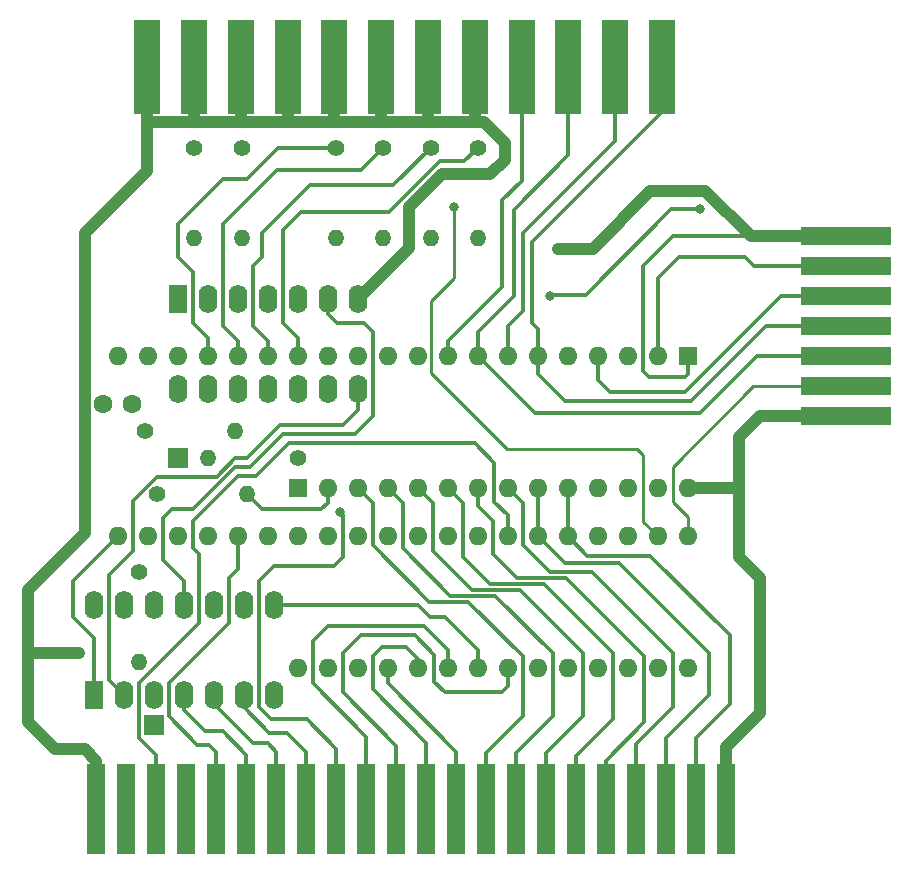
<source format=gbr>
%TF.GenerationSoftware,KiCad,Pcbnew,9.0.0*%
%TF.CreationDate,2025-04-04T09:07:06-04:00*%
%TF.ProjectId,RTC-Link2,5254432d-4c69-46e6-9b32-2e6b69636164,1.1*%
%TF.SameCoordinates,Original*%
%TF.FileFunction,Copper,L2,Bot*%
%TF.FilePolarity,Positive*%
%FSLAX46Y46*%
G04 Gerber Fmt 4.6, Leading zero omitted, Abs format (unit mm)*
G04 Created by KiCad (PCBNEW 9.0.0) date 2025-04-04 09:07:06*
%MOMM*%
%LPD*%
G01*
G04 APERTURE LIST*
%TA.AperFunction,ComponentPad*%
%ADD10R,1.600000X2.400000*%
%TD*%
%TA.AperFunction,ComponentPad*%
%ADD11O,1.600000X2.400000*%
%TD*%
%TA.AperFunction,ComponentPad*%
%ADD12C,1.400000*%
%TD*%
%TA.AperFunction,ComponentPad*%
%ADD13O,1.400000X1.400000*%
%TD*%
%TA.AperFunction,ComponentPad*%
%ADD14R,1.600000X1.600000*%
%TD*%
%TA.AperFunction,ComponentPad*%
%ADD15O,1.600000X1.600000*%
%TD*%
%TA.AperFunction,ConnectorPad*%
%ADD16R,7.620000X1.524000*%
%TD*%
%TA.AperFunction,ConnectorPad*%
%ADD17R,1.524000X7.620000*%
%TD*%
%TA.AperFunction,ConnectorPad*%
%ADD18R,2.286000X8.000000*%
%TD*%
%TA.AperFunction,ComponentPad*%
%ADD19C,1.600000*%
%TD*%
%TA.AperFunction,ComponentPad*%
%ADD20R,1.700000X1.700000*%
%TD*%
%TA.AperFunction,ViaPad*%
%ADD21C,0.800000*%
%TD*%
%TA.AperFunction,Conductor*%
%ADD22C,1.000000*%
%TD*%
%TA.AperFunction,Conductor*%
%ADD23C,0.300000*%
%TD*%
%TA.AperFunction,Conductor*%
%ADD24C,0.250000*%
%TD*%
G04 APERTURE END LIST*
D10*
%TO.P,U2,1*%
%TO.N,R{slash}~{W}*%
X125476000Y-103378000D03*
D11*
%TO.P,U2,2*%
%TO.N,Net-(U2-Pad2)*%
X128016000Y-103378000D03*
%TO.P,U2,3*%
%TO.N,Net-(J2-Pin_1)*%
X130556000Y-103378000D03*
%TO.P,U2,4*%
%TO.N,A15*%
X133096000Y-103378000D03*
%TO.P,U2,5*%
%TO.N,A14*%
X135636000Y-103378000D03*
%TO.P,U2,6*%
%TO.N,A13*%
X138176000Y-103378000D03*
%TO.P,U2,7,GND*%
%TO.N,GND*%
X140716000Y-103378000D03*
%TO.P,U2,8*%
%TO.N,~{GAME}*%
X140716000Y-95758000D03*
%TO.P,U2,9*%
%TO.N,N/C*%
X138176000Y-95758000D03*
%TO.P,U2,10*%
X135636000Y-95758000D03*
%TO.P,U2,11*%
%TO.N,Net-(U2-Pad11)*%
X133096000Y-95758000D03*
%TO.P,U2,12*%
%TO.N,5V*%
X130556000Y-95758000D03*
%TO.P,U2,13*%
%TO.N,N/C*%
X128016000Y-95758000D03*
%TO.P,U2,14,VCC*%
%TO.N,5V*%
X125476000Y-95758000D03*
%TD*%
D12*
%TO.P,R2,1*%
%TO.N,PB2*%
X138000000Y-57000000D03*
D13*
%TO.P,R2,2*%
%TO.N,5V*%
X138000000Y-64620000D03*
%TD*%
D14*
%TO.P,U1,1,VSS*%
%TO.N,GND*%
X175768000Y-74676000D03*
D15*
%TO.P,U1,2,PA0*%
%TO.N,PA0*%
X173228000Y-74676000D03*
%TO.P,U1,3,PA1*%
%TO.N,PA1*%
X170688000Y-74676000D03*
%TO.P,U1,4,PA2*%
%TO.N,PA2*%
X168148000Y-74676000D03*
%TO.P,U1,5,PA3*%
%TO.N,PA3*%
X165608000Y-74676000D03*
%TO.P,U1,6,PA4*%
%TO.N,PA4*%
X163068000Y-74676000D03*
%TO.P,U1,7,PA5*%
%TO.N,PA5*%
X160528000Y-74676000D03*
%TO.P,U1,8,PA6*%
%TO.N,PA6*%
X157988000Y-74676000D03*
%TO.P,U1,9,PA7*%
%TO.N,PA7*%
X155448000Y-74676000D03*
%TO.P,U1,10,PB0*%
%TO.N,PB0*%
X152908000Y-74676000D03*
%TO.P,U1,11,PB1*%
%TO.N,PB1*%
X150368000Y-74676000D03*
%TO.P,U1,12,PB2*%
%TO.N,PB2*%
X147828000Y-74676000D03*
%TO.P,U1,13,PB3*%
%TO.N,PB3*%
X145288000Y-74676000D03*
%TO.P,U1,14,PB4*%
%TO.N,PB4*%
X142748000Y-74676000D03*
%TO.P,U1,15,PB5*%
%TO.N,PB5*%
X140208000Y-74676000D03*
%TO.P,U1,16,PB6*%
%TO.N,PB6*%
X137668000Y-74676000D03*
%TO.P,U1,17,PB7*%
%TO.N,PB7*%
X135128000Y-74676000D03*
%TO.P,U1,18,CB1*%
%TO.N,unconnected-(U1-CB1-Pad18)*%
X132588000Y-74676000D03*
%TO.P,U1,19,CB2*%
%TO.N,unconnected-(U1-CB2-Pad19)*%
X130048000Y-74676000D03*
%TO.P,U1,20,VCC*%
%TO.N,5V*%
X127508000Y-74676000D03*
%TO.P,U1,21,R/~{W}*%
%TO.N,R{slash}~{W}*%
X127508000Y-89916000D03*
%TO.P,U1,22,CS0*%
%TO.N,5V*%
X130048000Y-89916000D03*
%TO.P,U1,23,~{CS2}*%
%TO.N,~{IO1}*%
X132588000Y-89916000D03*
%TO.P,U1,24,CS1*%
%TO.N,5V*%
X135128000Y-89916000D03*
%TO.P,U1,25,ENABLE*%
%TO.N,PHI2*%
X137668000Y-89916000D03*
%TO.P,U1,26,D7*%
%TO.N,D7*%
X140208000Y-89916000D03*
%TO.P,U1,27,D6*%
%TO.N,D6*%
X142748000Y-89916000D03*
%TO.P,U1,28,D5*%
%TO.N,D5*%
X145288000Y-89916000D03*
%TO.P,U1,29,D4*%
%TO.N,D4*%
X147828000Y-89916000D03*
%TO.P,U1,30,D3*%
%TO.N,D3*%
X150368000Y-89916000D03*
%TO.P,U1,31,D2*%
%TO.N,D2*%
X152908000Y-89916000D03*
%TO.P,U1,32,D1*%
%TO.N,D1*%
X155448000Y-89916000D03*
%TO.P,U1,33,D0*%
%TO.N,D0*%
X157988000Y-89916000D03*
%TO.P,U1,34,~{RESET}*%
%TO.N,~{RESET}*%
X160528000Y-89916000D03*
%TO.P,U1,35,RS1*%
%TO.N,A1*%
X163068000Y-89916000D03*
%TO.P,U1,36,RS0*%
%TO.N,A0*%
X165608000Y-89916000D03*
%TO.P,U1,37,~{IRQB}*%
%TO.N,unconnected-(U1-~{IRQB}-Pad37)*%
X168148000Y-89916000D03*
%TO.P,U1,38,~{IRQA}*%
%TO.N,unconnected-(U1-~{IRQA}-Pad38)*%
X170688000Y-89916000D03*
%TO.P,U1,39,CA2*%
%TO.N,CA2*%
X173228000Y-89916000D03*
%TO.P,U1,40,CA1*%
%TO.N,CA1*%
X175768000Y-89916000D03*
%TD*%
D16*
%TO.P,J1,8,Pin_8*%
%TO.N,GND*%
X189200000Y-79750000D03*
%TO.P,J1,9,Pin_9*%
%TO.N,CA1*%
X189200000Y-77210000D03*
%TO.P,J1,10,Pin_10*%
%TO.N,PA6*%
X189200000Y-74670000D03*
%TO.P,J1,11,Pin_11*%
%TO.N,PA4*%
X189200000Y-72130000D03*
%TO.P,J1,12,Pin_12*%
%TO.N,PA2*%
X189200000Y-69590000D03*
%TO.P,J1,13,Pin_13*%
%TO.N,PA0*%
X189200000Y-67050000D03*
%TO.P,J1,14,Pin_14*%
%TO.N,GND*%
X189200000Y-64510000D03*
%TD*%
D17*
%TO.P,P1,23,GND*%
%TO.N,GND*%
X125660000Y-113000000D03*
%TO.P,P1,24,~{ROMH}*%
%TO.N,unconnected-(P1-~{ROMH}-Pad24)*%
X128200000Y-113000000D03*
%TO.P,P1,25,~{RESET}*%
%TO.N,~{RESET}*%
X130740000Y-113000000D03*
%TO.P,P1,26,~{NMI}*%
%TO.N,unconnected-(P1-~{NMI}-Pad26)*%
X133280000Y-113000000D03*
%TO.P,P1,27,PHI2*%
%TO.N,PHI2*%
X135820000Y-113000000D03*
%TO.P,P1,28,A15*%
%TO.N,A15*%
X138360000Y-113000000D03*
%TO.P,P1,29,A14*%
%TO.N,A14*%
X140900000Y-113000000D03*
%TO.P,P1,30,A13*%
%TO.N,A13*%
X143440000Y-113000000D03*
%TO.P,P1,31,A12*%
%TO.N,A12*%
X145980000Y-113000000D03*
%TO.P,P1,32,A11*%
%TO.N,A11*%
X148520000Y-113000000D03*
%TO.P,P1,33,A10*%
%TO.N,A10*%
X151060000Y-113000000D03*
%TO.P,P1,34,A9*%
%TO.N,A9*%
X153600000Y-113000000D03*
%TO.P,P1,35,A8*%
%TO.N,A8*%
X156140000Y-113000000D03*
%TO.P,P1,36,A7*%
%TO.N,A7*%
X158680000Y-113000000D03*
%TO.P,P1,37,A6*%
%TO.N,A6*%
X161220000Y-113000000D03*
%TO.P,P1,38,A5*%
%TO.N,A5*%
X163760000Y-113000000D03*
%TO.P,P1,39,A4*%
%TO.N,A4*%
X166300000Y-113000000D03*
%TO.P,P1,40,A3*%
%TO.N,A3*%
X168840000Y-113000000D03*
%TO.P,P1,41,A2*%
%TO.N,A2*%
X171380000Y-113000000D03*
%TO.P,P1,42,A1*%
%TO.N,A1*%
X173920000Y-113000000D03*
%TO.P,P1,43,A0*%
%TO.N,A0*%
X176460000Y-113000000D03*
%TO.P,P1,44,GND*%
%TO.N,GND*%
X179000000Y-113000000D03*
%TD*%
D12*
%TO.P,R6,1*%
%TO.N,PB4*%
X158000000Y-57000000D03*
D13*
%TO.P,R6,2*%
%TO.N,5V*%
X158000000Y-64620000D03*
%TD*%
D12*
%TO.P,R3,1*%
%TO.N,PB7*%
X146000000Y-57000000D03*
D13*
%TO.P,R3,2*%
%TO.N,5V*%
X146000000Y-64620000D03*
%TD*%
D12*
%TO.P,R4,1*%
%TO.N,PB6*%
X150000000Y-57000000D03*
D13*
%TO.P,R4,2*%
%TO.N,5V*%
X150000000Y-64620000D03*
%TD*%
D18*
%TO.P,CN1,A*%
%TO.N,PA4*%
X173585000Y-50200000D03*
%TO.P,CN1,B*%
%TO.N,PA5*%
X169625000Y-50200000D03*
%TO.P,CN1,C*%
%TO.N,PA6*%
X165665000Y-50200000D03*
%TO.P,CN1,D*%
%TO.N,PA7*%
X161705000Y-50200000D03*
%TO.P,CN1,E*%
%TO.N,GND*%
X157745000Y-50200000D03*
%TO.P,CN1,F*%
X153785000Y-50200000D03*
%TO.P,CN1,H*%
X149825000Y-50200000D03*
%TO.P,CN1,J*%
X145865000Y-50200000D03*
%TO.P,CN1,K*%
X141905000Y-50200000D03*
%TO.P,CN1,L*%
X137945000Y-50200000D03*
%TO.P,CN1,M*%
X133985000Y-50200000D03*
%TO.P,CN1,N*%
X130025000Y-50200000D03*
%TD*%
D12*
%TO.P,R5,1*%
%TO.N,PB5*%
X154000000Y-57000000D03*
D13*
%TO.P,R5,2*%
%TO.N,5V*%
X154000000Y-64620000D03*
%TD*%
D12*
%TO.P,R1,1*%
%TO.N,CA2*%
X134000000Y-57000000D03*
D13*
%TO.P,R1,2*%
%TO.N,5V*%
X134000000Y-64620000D03*
%TD*%
D12*
%TO.P,R10,1*%
%TO.N,5V*%
X129286000Y-92964000D03*
D13*
%TO.P,R10,2*%
%TO.N,Net-(J2-Pin_1)*%
X129286000Y-100584000D03*
%TD*%
D14*
%TO.P,U4,1,VPP*%
%TO.N,5V*%
X142748000Y-85852000D03*
D15*
%TO.P,U4,2,A12*%
%TO.N,PB0*%
X145288000Y-85852000D03*
%TO.P,U4,3,A7*%
%TO.N,A7*%
X147828000Y-85852000D03*
%TO.P,U4,4,A6*%
%TO.N,A6*%
X150368000Y-85852000D03*
%TO.P,U4,5,A5*%
%TO.N,A5*%
X152908000Y-85852000D03*
%TO.P,U4,6,A4*%
%TO.N,A4*%
X155448000Y-85852000D03*
%TO.P,U4,7,A3*%
%TO.N,A3*%
X157988000Y-85852000D03*
%TO.P,U4,8,A2*%
%TO.N,A2*%
X160528000Y-85852000D03*
%TO.P,U4,9,A1*%
%TO.N,A1*%
X163068000Y-85852000D03*
%TO.P,U4,10,A0*%
%TO.N,A0*%
X165608000Y-85852000D03*
%TO.P,U4,11,D0*%
%TO.N,D0*%
X168148000Y-85852000D03*
%TO.P,U4,12,D1*%
%TO.N,D1*%
X170688000Y-85852000D03*
%TO.P,U4,13,D2*%
%TO.N,D2*%
X173228000Y-85852000D03*
%TO.P,U4,14,GND*%
%TO.N,GND*%
X175768000Y-85852000D03*
%TO.P,U4,15,D3*%
%TO.N,D3*%
X175768000Y-101092000D03*
%TO.P,U4,16,D4*%
%TO.N,D4*%
X173228000Y-101092000D03*
%TO.P,U4,17,D5*%
%TO.N,D5*%
X170688000Y-101092000D03*
%TO.P,U4,18,D6*%
%TO.N,D6*%
X168148000Y-101092000D03*
%TO.P,U4,19,D7*%
%TO.N,D7*%
X165608000Y-101092000D03*
%TO.P,U4,20,~{CE}*%
%TO.N,~{GAME}*%
X163068000Y-101092000D03*
%TO.P,U4,21,A10*%
%TO.N,A10*%
X160528000Y-101092000D03*
%TO.P,U4,22,~{OE}*%
%TO.N,~{GAME}*%
X157988000Y-101092000D03*
%TO.P,U4,23,A11*%
%TO.N,A11*%
X155448000Y-101092000D03*
%TO.P,U4,24,A9*%
%TO.N,A9*%
X152908000Y-101092000D03*
%TO.P,U4,25,A8*%
%TO.N,A8*%
X150368000Y-101092000D03*
%TO.P,U4,26,NC*%
%TO.N,unconnected-(U4-NC-Pad26)*%
X147828000Y-101092000D03*
%TO.P,U4,27,~{PGM}*%
%TO.N,5V*%
X145288000Y-101092000D03*
%TO.P,U4,28,VCC*%
X142748000Y-101092000D03*
%TD*%
D19*
%TO.P,C1,1*%
%TO.N,5V*%
X128738000Y-78740000D03*
%TO.P,C1,2*%
%TO.N,GND*%
X126238000Y-78740000D03*
%TD*%
D20*
%TO.P,J3,1,Pin_1*%
%TO.N,Net-(J3-Pin_1)*%
X132588000Y-83312000D03*
%TD*%
D12*
%TO.P,R7,1*%
%TO.N,5V*%
X129794000Y-81026000D03*
D13*
%TO.P,R7,2*%
%TO.N,Net-(J3-Pin_1)*%
X137414000Y-81026000D03*
%TD*%
D20*
%TO.P,J2,1,Pin_1*%
%TO.N,Net-(J2-Pin_1)*%
X130556000Y-105918000D03*
%TD*%
D12*
%TO.P,R9,1*%
%TO.N,5V*%
X130810000Y-86360000D03*
D13*
%TO.P,R9,2*%
%TO.N,PB0*%
X138430000Y-86360000D03*
%TD*%
D12*
%TO.P,R8,1*%
%TO.N,5V*%
X142748000Y-83312000D03*
D13*
%TO.P,R8,2*%
%TO.N,Net-(J3-Pin_1)*%
X135128000Y-83312000D03*
%TD*%
D10*
%TO.P,U3,1*%
%TO.N,unconnected-(U3-Pad1)*%
X132588000Y-69850000D03*
D11*
%TO.P,U3,2*%
%TO.N,unconnected-(U3-Pad2)*%
X135128000Y-69850000D03*
%TO.P,U3,3*%
%TO.N,unconnected-(U3-Pad3)*%
X137668000Y-69850000D03*
%TO.P,U3,4*%
%TO.N,A12*%
X140208000Y-69850000D03*
%TO.P,U3,5*%
X142748000Y-69850000D03*
%TO.P,U3,6*%
%TO.N,Net-(U2-Pad11)*%
X145288000Y-69850000D03*
%TO.P,U3,7,GND*%
%TO.N,GND*%
X147828000Y-69850000D03*
%TO.P,U3,8*%
%TO.N,Net-(U2-Pad2)*%
X147828000Y-77470000D03*
%TO.P,U3,9*%
%TO.N,PB0*%
X145288000Y-77470000D03*
%TO.P,U3,10*%
%TO.N,Net-(U3-Pad10)*%
X142748000Y-77470000D03*
%TO.P,U3,11*%
X140208000Y-77470000D03*
%TO.P,U3,12*%
%TO.N,Net-(J3-Pin_1)*%
X137668000Y-77470000D03*
%TO.P,U3,13*%
X135128000Y-77470000D03*
%TO.P,U3,14,VCC*%
%TO.N,5V*%
X132588000Y-77470000D03*
%TD*%
D21*
%TO.N,GND*%
X180086000Y-85852000D03*
X179000000Y-107766000D03*
X183896000Y-64510000D03*
X160274000Y-56642000D03*
X130025000Y-54864000D03*
X164820000Y-65550000D03*
X124206000Y-99822000D03*
X183896000Y-79750000D03*
%TO.N,A12*%
X146304000Y-87884000D03*
%TO.N,PB1*%
X164084000Y-69596000D03*
X176784000Y-62230000D03*
%TO.N,CA2*%
X156000000Y-62000000D03*
%TD*%
D22*
%TO.N,GND*%
X138176000Y-54864000D02*
X141986000Y-54864000D01*
X152146000Y-62056082D02*
X155000000Y-59202082D01*
X145865000Y-50200000D02*
X145865000Y-54679000D01*
X122174000Y-107950000D02*
X119888000Y-105664000D01*
X137945000Y-54633000D02*
X138176000Y-54864000D01*
D23*
X171958000Y-75946000D02*
X172466000Y-76454000D01*
D22*
X153785000Y-50200000D02*
X153785000Y-54725000D01*
X177242000Y-60650000D02*
X181102000Y-64510000D01*
X130025000Y-50200000D02*
X130025000Y-54587000D01*
X133985000Y-54737000D02*
X134112000Y-54864000D01*
X158496000Y-54864000D02*
X160274000Y-56642000D01*
X149825000Y-50200000D02*
X149825000Y-54829000D01*
X167714000Y-65550000D02*
X172614000Y-60650000D01*
D23*
X175768000Y-76200000D02*
X175768000Y-74676000D01*
D22*
X157734000Y-54864000D02*
X157734000Y-50211000D01*
X145865000Y-54679000D02*
X146050000Y-54864000D01*
X180086000Y-85852000D02*
X175768000Y-85852000D01*
X153785000Y-54725000D02*
X153924000Y-54864000D01*
X180086000Y-91694000D02*
X180086000Y-81534000D01*
X130025000Y-54587000D02*
X130302000Y-54864000D01*
X141986000Y-54864000D02*
X146050000Y-54864000D01*
X149860000Y-54864000D02*
X153924000Y-54864000D01*
D23*
X181102000Y-64510000D02*
X181096000Y-64516000D01*
D22*
X159071918Y-59202082D02*
X160274000Y-58000000D01*
D23*
X174498000Y-64516000D02*
X171958000Y-67056000D01*
D22*
X125660000Y-108896000D02*
X124714000Y-107950000D01*
D23*
X171958000Y-67056000D02*
X171958000Y-75946000D01*
D22*
X155000000Y-59202082D02*
X159071918Y-59202082D01*
X130302000Y-54864000D02*
X134112000Y-54864000D01*
D23*
X175514000Y-76454000D02*
X175768000Y-76200000D01*
D22*
X153924000Y-54864000D02*
X157734000Y-54864000D01*
X119888000Y-100076000D02*
X119888000Y-94488000D01*
X189200000Y-64510000D02*
X183896000Y-64510000D01*
X160274000Y-58000000D02*
X160274000Y-56642000D01*
X141905000Y-54783000D02*
X141986000Y-54864000D01*
X164820000Y-65550000D02*
X167714000Y-65550000D01*
X189200000Y-79750000D02*
X183896000Y-79750000D01*
X125660000Y-113000000D02*
X125660000Y-108896000D01*
X124714000Y-107950000D02*
X122174000Y-107950000D01*
D23*
X172466000Y-76454000D02*
X175514000Y-76454000D01*
X181096000Y-64516000D02*
X174498000Y-64516000D01*
D22*
X141905000Y-50200000D02*
X141905000Y-54783000D01*
X137945000Y-50200000D02*
X137945000Y-54633000D01*
X124206000Y-99822000D02*
X120142000Y-99822000D01*
X157734000Y-54864000D02*
X158496000Y-54864000D01*
X152146000Y-65532000D02*
X152146000Y-62056082D01*
X134112000Y-54864000D02*
X138176000Y-54864000D01*
X119888000Y-94488000D02*
X124714000Y-89662000D01*
X120142000Y-99822000D02*
X119888000Y-100076000D01*
X181864000Y-104902000D02*
X181864000Y-93472000D01*
X147828000Y-69850000D02*
X152146000Y-65532000D01*
X149825000Y-54829000D02*
X149860000Y-54864000D01*
X124714000Y-64262000D02*
X130025000Y-58951000D01*
X119888000Y-105664000D02*
X119888000Y-100076000D01*
X146050000Y-54864000D02*
X149860000Y-54864000D01*
X130025000Y-58951000D02*
X130025000Y-50200000D01*
X180086000Y-81534000D02*
X181870000Y-79750000D01*
X179000000Y-113000000D02*
X179000000Y-107766000D01*
X179000000Y-107766000D02*
X181864000Y-104902000D01*
X172614000Y-60650000D02*
X177242000Y-60650000D01*
X183896000Y-64510000D02*
X181102000Y-64510000D01*
X133985000Y-50200000D02*
X133985000Y-54737000D01*
X181864000Y-93472000D02*
X180086000Y-91694000D01*
X181870000Y-79750000D02*
X183896000Y-79750000D01*
X124714000Y-89662000D02*
X124714000Y-64262000D01*
D24*
%TO.N,CA1*%
X189200000Y-77210000D02*
X181290000Y-77210000D01*
X181290000Y-77210000D02*
X174500000Y-84000000D01*
X174500000Y-84000000D02*
X174500000Y-87000000D01*
X174500000Y-87000000D02*
X175768000Y-88268000D01*
X175768000Y-88268000D02*
X175768000Y-89916000D01*
D23*
%TO.N,A12*%
X145980000Y-107870173D02*
X143510000Y-105400173D01*
X146558000Y-91694000D02*
X146558000Y-88138000D01*
X139446000Y-93726000D02*
X140716000Y-92456000D01*
X145980000Y-113000000D02*
X145980000Y-107870173D01*
X140716000Y-92456000D02*
X145796000Y-92456000D01*
X146558000Y-88138000D02*
X146304000Y-87884000D01*
X139446000Y-104374346D02*
X139446000Y-93726000D01*
X145796000Y-92456000D02*
X146558000Y-91694000D01*
X140471827Y-105400173D02*
X139446000Y-104374346D01*
X143510000Y-105400173D02*
X140471827Y-105400173D01*
%TO.N,A11*%
X144018000Y-98806000D02*
X144018000Y-102362000D01*
X155448000Y-99568000D02*
X153416000Y-97536000D01*
X144018000Y-102362000D02*
X148520000Y-106864000D01*
X153416000Y-97536000D02*
X145288000Y-97536000D01*
X148520000Y-106864000D02*
X148520000Y-113000000D01*
X145288000Y-97536000D02*
X144018000Y-98806000D01*
X155448000Y-101092000D02*
X155448000Y-99568000D01*
%TO.N,A10*%
X146558000Y-99822000D02*
X146558000Y-103124000D01*
X155194000Y-103124000D02*
X154298000Y-102228000D01*
X152654000Y-98298000D02*
X148082000Y-98298000D01*
X160528000Y-102616000D02*
X160020000Y-103124000D01*
X148082000Y-98298000D02*
X146558000Y-99822000D01*
X151060000Y-107626000D02*
X151060000Y-113000000D01*
X146558000Y-103124000D02*
X151060000Y-107626000D01*
X160528000Y-101092000D02*
X160528000Y-102616000D01*
X160020000Y-103124000D02*
X155194000Y-103124000D01*
X154298000Y-99942000D02*
X152654000Y-98298000D01*
X154298000Y-102228000D02*
X154298000Y-99942000D01*
%TO.N,A9*%
X149098000Y-102870000D02*
X153600000Y-107372000D01*
X152908000Y-101092000D02*
X152908000Y-100330000D01*
X149098000Y-100076000D02*
X149098000Y-102870000D01*
X151892000Y-99314000D02*
X149860000Y-99314000D01*
X152908000Y-100330000D02*
X151892000Y-99314000D01*
X153600000Y-107372000D02*
X153600000Y-113000000D01*
X149860000Y-99314000D02*
X149098000Y-100076000D01*
%TO.N,A8*%
X150368000Y-102362000D02*
X156140000Y-108134000D01*
X156140000Y-108134000D02*
X156140000Y-113000000D01*
X150368000Y-101092000D02*
X150368000Y-102362000D01*
%TO.N,A7*%
X161798000Y-105156000D02*
X158680000Y-108274000D01*
X149098000Y-87122000D02*
X149098000Y-90678000D01*
X158680000Y-108274000D02*
X158680000Y-113000000D01*
X147828000Y-85852000D02*
X149098000Y-87122000D01*
X161798000Y-100076000D02*
X161798000Y-105156000D01*
X149098000Y-90678000D02*
X153900000Y-95480000D01*
X157202000Y-95480000D02*
X161798000Y-100076000D01*
X153900000Y-95480000D02*
X157202000Y-95480000D01*
%TO.N,A6*%
X164338000Y-105156000D02*
X161220000Y-108274000D01*
X164338000Y-99822000D02*
X164338000Y-105156000D01*
X151638000Y-87122000D02*
X151638000Y-90932000D01*
X161220000Y-108274000D02*
X161220000Y-113000000D01*
X155686000Y-94980000D02*
X159496000Y-94980000D01*
X159496000Y-94980000D02*
X164338000Y-99822000D01*
X151638000Y-90932000D02*
X155686000Y-94980000D01*
X150368000Y-85852000D02*
X151638000Y-87122000D01*
%TO.N,A5*%
X161536000Y-94480000D02*
X166878000Y-99822000D01*
X163760000Y-108274000D02*
X163760000Y-113000000D01*
X152908000Y-85852000D02*
X154178000Y-87122000D01*
X157472000Y-94480000D02*
X161536000Y-94480000D01*
X154178000Y-87122000D02*
X154178000Y-91186000D01*
X154178000Y-91186000D02*
X157472000Y-94480000D01*
X166878000Y-99822000D02*
X166878000Y-105156000D01*
X166878000Y-105156000D02*
X163760000Y-108274000D01*
%TO.N,A4*%
X156718000Y-91694000D02*
X159004000Y-93980000D01*
X169418000Y-99822000D02*
X169418000Y-105410000D01*
X166300000Y-108528000D02*
X166300000Y-113000000D01*
X159004000Y-93980000D02*
X163576000Y-93980000D01*
X163576000Y-93980000D02*
X169418000Y-99822000D01*
X155448000Y-85852000D02*
X156718000Y-87122000D01*
X169418000Y-105410000D02*
X166300000Y-108528000D01*
X156718000Y-87122000D02*
X156718000Y-91694000D01*
%TO.N,A3*%
X159258000Y-91440000D02*
X161282000Y-93464000D01*
X172078000Y-100076000D02*
X172078000Y-105652000D01*
X161282000Y-93464000D02*
X165466000Y-93464000D01*
X165466000Y-93464000D02*
X172078000Y-100076000D01*
X159258000Y-88646000D02*
X159258000Y-91440000D01*
X168840000Y-108890000D02*
X168840000Y-113000000D01*
X172078000Y-105652000D02*
X168840000Y-108890000D01*
X157988000Y-85852000D02*
X157988000Y-87376000D01*
X157988000Y-87376000D02*
X159258000Y-88646000D01*
%TO.N,A2*%
X164084000Y-92964000D02*
X167640000Y-92964000D01*
X160528000Y-85852000D02*
X161798000Y-87122000D01*
X167640000Y-92964000D02*
X174498000Y-99822000D01*
X174498000Y-104394000D02*
X171380000Y-107512000D01*
X161798000Y-90678000D02*
X164084000Y-92964000D01*
X174498000Y-99822000D02*
X174498000Y-104394000D01*
X171380000Y-107512000D02*
X171380000Y-113000000D01*
X161798000Y-87122000D02*
X161798000Y-90678000D01*
%TO.N,A1*%
X177546000Y-99822000D02*
X177546000Y-103378000D01*
X169926000Y-92202000D02*
X177546000Y-99822000D01*
X163068000Y-85852000D02*
X163068000Y-89916000D01*
X163068000Y-89916000D02*
X165354000Y-92202000D01*
X173920000Y-107004000D02*
X173920000Y-113000000D01*
X165354000Y-92202000D02*
X169926000Y-92202000D01*
X177546000Y-103378000D02*
X173920000Y-107004000D01*
%TO.N,A0*%
X179324000Y-104140000D02*
X176460000Y-107004000D01*
X165608000Y-85852000D02*
X165608000Y-89916000D01*
X176460000Y-107004000D02*
X176460000Y-113000000D01*
X167259000Y-91567000D02*
X172593000Y-91567000D01*
X179324000Y-98298000D02*
X179324000Y-104140000D01*
X165608000Y-89916000D02*
X167259000Y-91567000D01*
X172593000Y-91567000D02*
X179324000Y-98298000D01*
%TO.N,PA0*%
X181362000Y-67050000D02*
X189200000Y-67050000D01*
X181356000Y-67056000D02*
X181362000Y-67050000D01*
X173228000Y-68072000D02*
X175006000Y-66294000D01*
X173228000Y-74676000D02*
X173228000Y-68072000D01*
X180594000Y-66294000D02*
X181356000Y-67056000D01*
X175006000Y-66294000D02*
X180594000Y-66294000D01*
%TO.N,PA2*%
X175514000Y-77724000D02*
X183648000Y-69590000D01*
X183648000Y-69590000D02*
X189200000Y-69590000D01*
X168148000Y-76708000D02*
X169164000Y-77724000D01*
X169164000Y-77724000D02*
X175514000Y-77724000D01*
X168148000Y-74676000D02*
X168148000Y-76708000D01*
%TO.N,PA4*%
X182378000Y-72130000D02*
X189200000Y-72130000D01*
X162560000Y-71882000D02*
X162560000Y-65024000D01*
X165354000Y-78486000D02*
X176022000Y-78486000D01*
X176022000Y-78486000D02*
X182378000Y-72130000D01*
X163068000Y-72390000D02*
X162560000Y-71882000D01*
X163068000Y-76200000D02*
X165354000Y-78486000D01*
X173585000Y-53999000D02*
X173585000Y-50200000D01*
X163068000Y-74676000D02*
X163068000Y-76200000D01*
X163068000Y-74676000D02*
X163068000Y-72390000D01*
X162560000Y-65024000D02*
X173585000Y-53999000D01*
%TO.N,PA5*%
X160528000Y-74676000D02*
X160528000Y-72136000D01*
X169625000Y-56435000D02*
X169625000Y-50200000D01*
X160528000Y-72136000D02*
X161798000Y-70866000D01*
X161798000Y-70866000D02*
X161798000Y-64262000D01*
X161798000Y-64262000D02*
X169625000Y-56435000D01*
%TO.N,PA6*%
X161036000Y-69596000D02*
X161036000Y-62287000D01*
X157988000Y-74676000D02*
X157988000Y-72644000D01*
X161036000Y-62287000D02*
X165665000Y-57658000D01*
X176784000Y-79502000D02*
X181616000Y-74670000D01*
X181616000Y-74670000D02*
X189200000Y-74670000D01*
X165665000Y-57658000D02*
X165665000Y-50200000D01*
X162814000Y-79502000D02*
X176784000Y-79502000D01*
X157988000Y-74676000D02*
X162814000Y-79502000D01*
X157988000Y-72644000D02*
X161036000Y-69596000D01*
%TO.N,PB0*%
X139700000Y-87630000D02*
X138430000Y-86360000D01*
X145288000Y-87042000D02*
X144700000Y-87630000D01*
X144700000Y-87630000D02*
X139700000Y-87630000D01*
X145288000Y-85852000D02*
X145288000Y-87042000D01*
%TO.N,PB1*%
X174400000Y-62230000D02*
X176784000Y-62230000D01*
X164084000Y-69596000D02*
X164240000Y-69440000D01*
X164240000Y-69440000D02*
X167190000Y-69440000D01*
X167190000Y-69440000D02*
X174400000Y-62230000D01*
%TO.N,PB4*%
X141478000Y-64008000D02*
X141478000Y-71882000D01*
X158000000Y-57000000D02*
X156834000Y-58166000D01*
X156834000Y-58166000D02*
X154834000Y-58166000D01*
X154834000Y-58166000D02*
X150516000Y-62484000D01*
X142748000Y-73152000D02*
X142748000Y-74676000D01*
X150516000Y-62484000D02*
X143002000Y-62484000D01*
X141478000Y-71882000D02*
X142748000Y-73152000D01*
X143002000Y-62484000D02*
X141478000Y-64008000D01*
%TO.N,PB5*%
X140208000Y-73406000D02*
X138938000Y-72136000D01*
X139700000Y-66294000D02*
X139700000Y-64262000D01*
X139700000Y-64262000D02*
X143764000Y-60198000D01*
X138938000Y-67056000D02*
X139700000Y-66294000D01*
X150802000Y-60198000D02*
X154000000Y-57000000D01*
X143764000Y-60198000D02*
X150802000Y-60198000D01*
X140208000Y-74676000D02*
X140208000Y-73406000D01*
X138938000Y-72136000D02*
X138938000Y-67056000D01*
%TO.N,PB6*%
X137668000Y-74676000D02*
X137668000Y-73406000D01*
X146812000Y-58928000D02*
X148072000Y-58928000D01*
X148072000Y-58928000D02*
X150000000Y-57000000D01*
X137668000Y-73406000D02*
X136906000Y-72644000D01*
X140970000Y-58928000D02*
X145288000Y-58928000D01*
X136398000Y-63500000D02*
X138684000Y-61214000D01*
X136398000Y-72136000D02*
X136398000Y-69596000D01*
X145288000Y-58928000D02*
X146812000Y-58928000D01*
X136398000Y-69596000D02*
X136398000Y-63500000D01*
X136906000Y-72644000D02*
X136398000Y-72136000D01*
X138684000Y-61214000D02*
X140970000Y-58928000D01*
%TO.N,PB7*%
X132588000Y-66294000D02*
X132588000Y-63500000D01*
X132588000Y-63500000D02*
X136398000Y-59690000D01*
X135128000Y-73152000D02*
X134620000Y-72644000D01*
X141120000Y-57000000D02*
X146000000Y-57000000D01*
X136398000Y-59690000D02*
X137414000Y-59690000D01*
X137414000Y-59690000D02*
X138430000Y-59690000D01*
X140716000Y-57404000D02*
X141120000Y-57000000D01*
X133858000Y-69596000D02*
X133858000Y-67564000D01*
X135128000Y-74676000D02*
X135128000Y-73152000D01*
X133096000Y-66802000D02*
X132588000Y-66294000D01*
X134620000Y-72644000D02*
X133858000Y-71882000D01*
X138430000Y-59690000D02*
X140462000Y-57658000D01*
X133858000Y-71882000D02*
X133858000Y-69596000D01*
X140462000Y-57658000D02*
X140716000Y-57404000D01*
X133858000Y-67564000D02*
X133096000Y-66802000D01*
%TO.N,PA7*%
X160020000Y-68834000D02*
X160020000Y-61468000D01*
X155448000Y-73406000D02*
X160020000Y-68834000D01*
X155448000Y-74676000D02*
X155448000Y-73406000D01*
X161705000Y-59783000D02*
X161705000Y-50200000D01*
X160020000Y-61468000D02*
X161705000Y-59783000D01*
D24*
%TO.N,CA2*%
X171500000Y-82500000D02*
X160500000Y-82500000D01*
X172000000Y-88688000D02*
X172000000Y-85500000D01*
X154033000Y-74500000D02*
X154033000Y-69967000D01*
X160500000Y-82500000D02*
X156500000Y-78500000D01*
X172000000Y-83000000D02*
X171500000Y-82500000D01*
X172000000Y-85500000D02*
X172000000Y-83000000D01*
X154033000Y-76033000D02*
X154033000Y-74500000D01*
X156000000Y-68000000D02*
X156000000Y-62000000D01*
X154033000Y-69967000D02*
X156000000Y-68000000D01*
X173228000Y-89916000D02*
X172000000Y-88688000D01*
X156500000Y-78500000D02*
X154033000Y-76033000D01*
D23*
%TO.N,R{slash}~{W}*%
X123698000Y-93726000D02*
X127508000Y-89916000D01*
X123698000Y-96774000D02*
X123698000Y-93726000D01*
X125476000Y-103378000D02*
X125476000Y-98552000D01*
X125476000Y-98552000D02*
X123698000Y-96774000D01*
%TO.N,~{GAME}*%
X140716000Y-95758000D02*
X152908000Y-95758000D01*
X152908000Y-95758000D02*
X153924000Y-96774000D01*
X155194000Y-96774000D02*
X157988000Y-99568000D01*
X157988000Y-99568000D02*
X157988000Y-101092000D01*
X153924000Y-96774000D02*
X155194000Y-96774000D01*
%TO.N,~{RESET}*%
X137668000Y-84836000D02*
X139192000Y-84836000D01*
X134366000Y-91440000D02*
X133858000Y-90932000D01*
X129286000Y-107004000D02*
X129286000Y-102362000D01*
X157734000Y-82042000D02*
X159378000Y-83686000D01*
X159378000Y-83686000D02*
X159378000Y-86988000D01*
X133858000Y-90932000D02*
X133858000Y-88646000D01*
X160528000Y-88138000D02*
X160528000Y-89916000D01*
X159378000Y-86988000D02*
X160528000Y-88138000D01*
X129286000Y-102362000D02*
X134366000Y-97282000D01*
X141986000Y-82042000D02*
X157734000Y-82042000D01*
X139192000Y-84836000D02*
X141986000Y-82042000D01*
X134366000Y-97282000D02*
X134366000Y-91440000D01*
X130740000Y-108458000D02*
X129286000Y-107004000D01*
X130740000Y-113000000D02*
X130740000Y-108458000D01*
X133858000Y-88646000D02*
X137668000Y-84836000D01*
%TO.N,A13*%
X140335000Y-106553000D02*
X141859000Y-106553000D01*
X141859000Y-106553000D02*
X143440000Y-108134000D01*
X143440000Y-108134000D02*
X143440000Y-113000000D01*
X138176000Y-104394000D02*
X140335000Y-106553000D01*
X138176000Y-103378000D02*
X138176000Y-104394000D01*
%TO.N,A15*%
X133096000Y-103378000D02*
X133096000Y-104648000D01*
X138360000Y-108388000D02*
X138360000Y-113000000D01*
X134874000Y-106426000D02*
X136398000Y-106426000D01*
X136398000Y-106426000D02*
X138360000Y-108388000D01*
X133096000Y-104648000D02*
X134874000Y-106426000D01*
%TO.N,A14*%
X140208000Y-107442000D02*
X140900000Y-108134000D01*
X135636000Y-104140000D02*
X138938000Y-107442000D01*
X135636000Y-103378000D02*
X135636000Y-104140000D01*
X140900000Y-108134000D02*
X140900000Y-113000000D01*
X138938000Y-107442000D02*
X140208000Y-107442000D01*
%TO.N,PHI2*%
X136906000Y-93472000D02*
X136906000Y-97282000D01*
X134239000Y-107569000D02*
X135255000Y-107569000D01*
X135820000Y-108134000D02*
X135820000Y-113000000D01*
X135255000Y-107569000D02*
X135820000Y-108134000D01*
X137668000Y-92710000D02*
X136906000Y-93472000D01*
X136906000Y-97282000D02*
X131826000Y-102362000D01*
X131826000Y-105156000D02*
X134239000Y-107569000D01*
X131826000Y-102362000D02*
X131826000Y-105156000D01*
X137668000Y-89916000D02*
X137668000Y-92710000D01*
%TO.N,Net-(U2-Pad2)*%
X130829538Y-84855538D02*
X135925356Y-84855538D01*
X147828000Y-79248000D02*
X147828000Y-77470000D01*
X138430000Y-83312000D02*
X141224000Y-80518000D01*
X137468894Y-83312000D02*
X138430000Y-83312000D01*
X146558000Y-80518000D02*
X147828000Y-79248000D01*
X126746000Y-102108000D02*
X126746000Y-93218000D01*
X135925356Y-84855538D02*
X137468894Y-83312000D01*
X128778000Y-91186000D02*
X128778000Y-86907075D01*
X126746000Y-93218000D02*
X128778000Y-91186000D01*
X128016000Y-103378000D02*
X126746000Y-102108000D01*
X128778000Y-86907075D02*
X130829538Y-84855538D01*
X141224000Y-80518000D02*
X146558000Y-80518000D01*
%TO.N,Net-(U2-Pad11)*%
X131318000Y-88392000D02*
X132080000Y-87630000D01*
X138684000Y-84074000D02*
X141478000Y-81280000D01*
X147574000Y-81280000D02*
X149098000Y-79756000D01*
X133096000Y-93726000D02*
X131318000Y-91948000D01*
X133858000Y-87630000D02*
X137414000Y-84074000D01*
X145288000Y-71120000D02*
X145288000Y-69850000D01*
X149098000Y-79756000D02*
X149098000Y-72644000D01*
X131318000Y-91948000D02*
X131318000Y-88392000D01*
X137414000Y-84074000D02*
X138684000Y-84074000D01*
X133096000Y-95758000D02*
X133096000Y-93726000D01*
X141478000Y-81280000D02*
X147574000Y-81280000D01*
X149098000Y-72644000D02*
X148336000Y-71882000D01*
X148336000Y-71882000D02*
X146050000Y-71882000D01*
X146050000Y-71882000D02*
X145288000Y-71120000D01*
X132080000Y-87630000D02*
X133858000Y-87630000D01*
%TD*%
M02*

</source>
